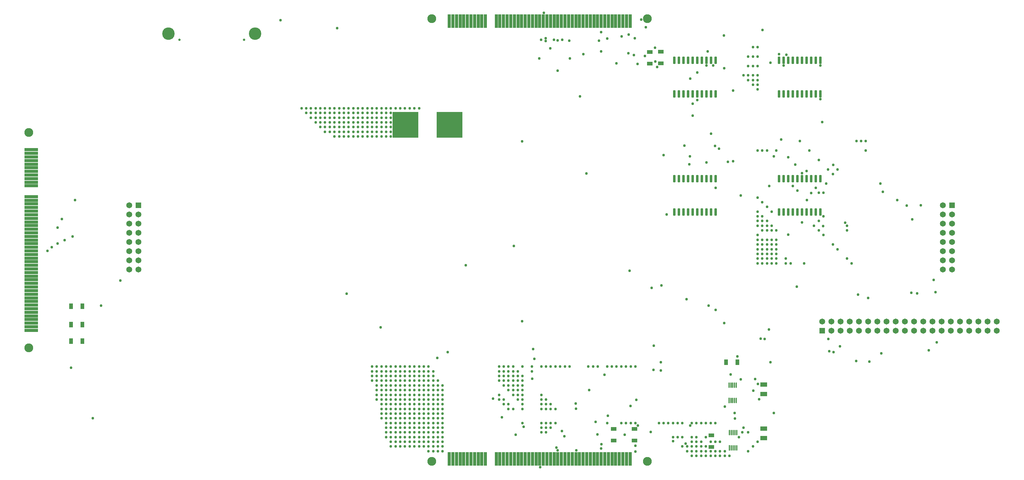
<source format=gts>
G04*
G04 #@! TF.GenerationSoftware,Altium Limited,Altium Designer,22.11.1 (43)*
G04*
G04 Layer_Color=8388736*
%FSLAX25Y25*%
%MOIN*%
G70*
G04*
G04 #@! TF.SameCoordinates,C01CB905-4FAA-478C-A3D6-3825F8E537A0*
G04*
G04*
G04 #@! TF.FilePolarity,Negative*
G04*
G01*
G75*
%ADD16R,0.01378X0.06128*%
G04:AMPARAMS|DCode=17|XSize=61.28mil|YSize=13.78mil|CornerRadius=6.89mil|HoleSize=0mil|Usage=FLASHONLY|Rotation=90.000|XOffset=0mil|YOffset=0mil|HoleType=Round|Shape=RoundedRectangle|*
%AMROUNDEDRECTD17*
21,1,0.06128,0.00000,0,0,90.0*
21,1,0.04750,0.01378,0,0,90.0*
1,1,0.01378,0.00000,0.02375*
1,1,0.01378,0.00000,-0.02375*
1,1,0.01378,0.00000,-0.02375*
1,1,0.01378,0.00000,0.02375*
%
%ADD17ROUNDEDRECTD17*%
%ADD18R,0.03937X0.05906*%
%ADD19R,0.05906X0.03937*%
G04:AMPARAMS|DCode=23|XSize=78.74mil|YSize=23.62mil|CornerRadius=2.01mil|HoleSize=0mil|Usage=FLASHONLY|Rotation=90.000|XOffset=0mil|YOffset=0mil|HoleType=Round|Shape=RoundedRectangle|*
%AMROUNDEDRECTD23*
21,1,0.07874,0.01961,0,0,90.0*
21,1,0.07472,0.02362,0,0,90.0*
1,1,0.00402,0.00980,0.03736*
1,1,0.00402,0.00980,-0.03736*
1,1,0.00402,-0.00980,-0.03736*
1,1,0.00402,-0.00980,0.03736*
%
%ADD23ROUNDEDRECTD23*%
%ADD24R,0.07284X0.04921*%
%ADD25R,0.03347X0.14764*%
%ADD26R,0.14764X0.03347*%
%ADD27R,0.28150X0.28150*%
%ADD28C,0.02559*%
%ADD29C,0.13583*%
%ADD30C,0.09646*%
%ADD31C,0.06496*%
%ADD32R,0.06496X0.06496*%
%ADD33R,0.06496X0.06496*%
%ADD34C,0.02953*%
D16*
X831063Y135229D02*
D03*
X831563Y83729D02*
D03*
D17*
X833031Y135229D02*
D03*
X835000D02*
D03*
X836969D02*
D03*
X838937D02*
D03*
Y151771D02*
D03*
X836969D02*
D03*
X835000D02*
D03*
X833031D02*
D03*
X831063D02*
D03*
X833531Y83729D02*
D03*
X835500D02*
D03*
X837469D02*
D03*
X839437D02*
D03*
Y100271D02*
D03*
X837469D02*
D03*
X835500D02*
D03*
X833531D02*
D03*
X831563D02*
D03*
D18*
X840299Y177000D02*
D03*
X827701D02*
D03*
X114701Y200000D02*
D03*
X127299D02*
D03*
X114701Y218000D02*
D03*
X127299D02*
D03*
X127299Y238000D02*
D03*
X114701D02*
D03*
D19*
X812000Y97299D02*
D03*
Y84701D02*
D03*
X757000Y515299D02*
D03*
Y502701D02*
D03*
X728293Y91701D02*
D03*
Y104299D02*
D03*
X705653Y91701D02*
D03*
Y104299D02*
D03*
X744985Y514799D02*
D03*
Y502201D02*
D03*
D23*
X771500Y505850D02*
D03*
X776500D02*
D03*
X781500D02*
D03*
X786500D02*
D03*
X791500D02*
D03*
X796500D02*
D03*
X801500D02*
D03*
X806500D02*
D03*
X811500D02*
D03*
X816500D02*
D03*
Y469236D02*
D03*
X811500D02*
D03*
X806500D02*
D03*
X801500D02*
D03*
X796500D02*
D03*
X791500D02*
D03*
X786500D02*
D03*
X781500D02*
D03*
X776500D02*
D03*
X771500D02*
D03*
X885500Y505850D02*
D03*
X890500D02*
D03*
X895500D02*
D03*
X900500D02*
D03*
X905500D02*
D03*
X910500D02*
D03*
X915500D02*
D03*
X920500D02*
D03*
X925500D02*
D03*
X930500D02*
D03*
Y469236D02*
D03*
X925500D02*
D03*
X920500D02*
D03*
X915500D02*
D03*
X910500D02*
D03*
X905500D02*
D03*
X900500D02*
D03*
X895500D02*
D03*
X890500D02*
D03*
X885500D02*
D03*
X771500Y340429D02*
D03*
X776500D02*
D03*
X781500D02*
D03*
X786500D02*
D03*
X791500D02*
D03*
X796500D02*
D03*
X801500D02*
D03*
X806500D02*
D03*
X811500D02*
D03*
X816500D02*
D03*
Y377043D02*
D03*
X811500D02*
D03*
X806500D02*
D03*
X801500D02*
D03*
X796500D02*
D03*
X791500D02*
D03*
X786500D02*
D03*
X781500D02*
D03*
X776500D02*
D03*
X771500D02*
D03*
X885500Y340429D02*
D03*
X890500D02*
D03*
X895500D02*
D03*
X900500D02*
D03*
X905500D02*
D03*
X910500D02*
D03*
X915500D02*
D03*
X920500D02*
D03*
X925500D02*
D03*
X930500D02*
D03*
Y377043D02*
D03*
X925500D02*
D03*
X920500D02*
D03*
X915500D02*
D03*
X910500D02*
D03*
X905500D02*
D03*
X900500D02*
D03*
X895500D02*
D03*
X890500D02*
D03*
X885500D02*
D03*
D24*
X869000Y104618D02*
D03*
Y94382D02*
D03*
X869000Y152618D02*
D03*
Y142382D02*
D03*
D25*
X526575Y71654D02*
D03*
X530512D02*
D03*
X534449D02*
D03*
X538386D02*
D03*
X542323D02*
D03*
X546260D02*
D03*
X550197D02*
D03*
X554134D02*
D03*
X558071D02*
D03*
X562008D02*
D03*
X565945D02*
D03*
X577756D02*
D03*
X581693D02*
D03*
X585630D02*
D03*
X589567D02*
D03*
X593504D02*
D03*
X597441D02*
D03*
X601378D02*
D03*
X605315D02*
D03*
X609252D02*
D03*
X613189D02*
D03*
X617126D02*
D03*
X621063D02*
D03*
X625000D02*
D03*
X628937D02*
D03*
X632874D02*
D03*
X636811D02*
D03*
X640748D02*
D03*
X644685D02*
D03*
X648622D02*
D03*
X652559D02*
D03*
X656496D02*
D03*
X660433D02*
D03*
X664370D02*
D03*
X668307D02*
D03*
X672244D02*
D03*
X676181D02*
D03*
X680118D02*
D03*
X684055D02*
D03*
X687992D02*
D03*
X691929D02*
D03*
X695866D02*
D03*
X699803D02*
D03*
X703740D02*
D03*
X707677D02*
D03*
X711614D02*
D03*
X715551D02*
D03*
X719488D02*
D03*
X723425D02*
D03*
Y548413D02*
D03*
X719488D02*
D03*
X715551D02*
D03*
X711614D02*
D03*
X707677D02*
D03*
X703740D02*
D03*
X699803D02*
D03*
X695866D02*
D03*
X691929D02*
D03*
X687992D02*
D03*
X684055D02*
D03*
X680118D02*
D03*
X676181D02*
D03*
X672244D02*
D03*
X668307D02*
D03*
X664370D02*
D03*
X660433D02*
D03*
X656496D02*
D03*
X652559D02*
D03*
X648622D02*
D03*
X644685D02*
D03*
X640748D02*
D03*
X636811D02*
D03*
X632874D02*
D03*
X628937D02*
D03*
X625000D02*
D03*
X621063D02*
D03*
X617126D02*
D03*
X613189D02*
D03*
X609252D02*
D03*
X605315D02*
D03*
X601378D02*
D03*
X597441D02*
D03*
X593504D02*
D03*
X589567D02*
D03*
X585630D02*
D03*
X581693D02*
D03*
X577756D02*
D03*
X565945D02*
D03*
X562008D02*
D03*
X558071D02*
D03*
X554134D02*
D03*
X550197D02*
D03*
X546260D02*
D03*
X542323D02*
D03*
X538386D02*
D03*
X534449D02*
D03*
X530512D02*
D03*
X526575D02*
D03*
D26*
X71654Y408477D02*
D03*
Y404540D02*
D03*
Y400603D02*
D03*
Y396666D02*
D03*
Y392729D02*
D03*
Y388792D02*
D03*
Y384855D02*
D03*
Y380918D02*
D03*
Y376981D02*
D03*
Y373044D02*
D03*
Y369107D02*
D03*
Y357296D02*
D03*
Y353359D02*
D03*
Y349422D02*
D03*
Y345485D02*
D03*
Y341548D02*
D03*
Y337611D02*
D03*
Y333674D02*
D03*
Y329737D02*
D03*
Y325800D02*
D03*
Y321863D02*
D03*
Y317926D02*
D03*
Y313989D02*
D03*
Y310052D02*
D03*
Y306115D02*
D03*
Y302178D02*
D03*
Y298241D02*
D03*
Y294304D02*
D03*
Y290367D02*
D03*
Y286430D02*
D03*
Y282493D02*
D03*
Y278556D02*
D03*
Y274619D02*
D03*
Y270682D02*
D03*
Y266745D02*
D03*
Y262808D02*
D03*
Y258871D02*
D03*
Y254934D02*
D03*
Y250997D02*
D03*
Y247060D02*
D03*
Y243123D02*
D03*
Y239186D02*
D03*
Y235249D02*
D03*
Y231312D02*
D03*
Y227375D02*
D03*
Y223438D02*
D03*
Y219501D02*
D03*
Y215564D02*
D03*
Y211627D02*
D03*
D27*
X526945Y435430D02*
D03*
X479000Y435500D02*
D03*
D28*
X303087Y528307D02*
D03*
X233008D02*
D03*
D29*
X315095Y535000D02*
D03*
X221000D02*
D03*
D30*
X507677Y68898D02*
D03*
X742323D02*
D03*
X742323Y551169D02*
D03*
X507677D02*
D03*
X68898Y427375D02*
D03*
Y192729D02*
D03*
D31*
X178071Y277992D02*
D03*
X188071D02*
D03*
X178071Y287992D02*
D03*
X188071D02*
D03*
X178071Y297992D02*
D03*
X188071D02*
D03*
X178071Y307992D02*
D03*
X188071D02*
D03*
X178071Y317992D02*
D03*
X188071D02*
D03*
X178071Y327992D02*
D03*
X188071D02*
D03*
X178071Y337992D02*
D03*
X188071D02*
D03*
X178071Y347992D02*
D03*
X1063898Y277992D02*
D03*
X1073898D02*
D03*
X1063898Y287992D02*
D03*
X1073898D02*
D03*
X1063898Y297992D02*
D03*
X1073898D02*
D03*
X1063898Y307992D02*
D03*
X1073898D02*
D03*
X1063898Y317992D02*
D03*
X1073898D02*
D03*
X1063898Y327992D02*
D03*
X1073898D02*
D03*
X1063898Y337992D02*
D03*
X1073898D02*
D03*
X1063898Y347992D02*
D03*
X932598Y221142D02*
D03*
X942598Y211142D02*
D03*
Y221142D02*
D03*
X952598Y211142D02*
D03*
Y221142D02*
D03*
X962598Y211142D02*
D03*
Y221142D02*
D03*
X972598Y211142D02*
D03*
Y221142D02*
D03*
X982598Y211142D02*
D03*
Y221142D02*
D03*
X992598Y211142D02*
D03*
Y221142D02*
D03*
X1002598Y211142D02*
D03*
Y221142D02*
D03*
X1012598Y211142D02*
D03*
Y221142D02*
D03*
X1022598Y211142D02*
D03*
Y221142D02*
D03*
X1032598Y211142D02*
D03*
Y221142D02*
D03*
X1042598Y211142D02*
D03*
Y221142D02*
D03*
X1052598Y211142D02*
D03*
Y221142D02*
D03*
X1062598Y211142D02*
D03*
Y221142D02*
D03*
X1072598Y211142D02*
D03*
Y221142D02*
D03*
X1082598Y211142D02*
D03*
Y221142D02*
D03*
X1092598Y211142D02*
D03*
Y221142D02*
D03*
X1102598Y211142D02*
D03*
Y221142D02*
D03*
X1112598Y211142D02*
D03*
Y221142D02*
D03*
X1122598Y211142D02*
D03*
Y221142D02*
D03*
D32*
X188071Y347992D02*
D03*
X1073898D02*
D03*
D33*
X932598Y211142D02*
D03*
D34*
X493714Y453609D02*
D03*
X488596D02*
D03*
X483478D02*
D03*
X478360D02*
D03*
X473241D02*
D03*
X468123D02*
D03*
X463005D02*
D03*
Y448490D02*
D03*
Y443372D02*
D03*
Y438254D02*
D03*
Y433136D02*
D03*
Y428018D02*
D03*
Y422900D02*
D03*
X457887Y453609D02*
D03*
Y448490D02*
D03*
Y443372D02*
D03*
Y438254D02*
D03*
Y433136D02*
D03*
Y428018D02*
D03*
Y422900D02*
D03*
X452769Y453609D02*
D03*
Y448490D02*
D03*
Y443372D02*
D03*
Y438254D02*
D03*
Y433136D02*
D03*
Y428018D02*
D03*
Y422900D02*
D03*
X447651Y453609D02*
D03*
Y448490D02*
D03*
Y443372D02*
D03*
Y438254D02*
D03*
Y433136D02*
D03*
Y428018D02*
D03*
Y422900D02*
D03*
X442533Y453609D02*
D03*
Y448490D02*
D03*
Y443372D02*
D03*
Y438254D02*
D03*
Y433136D02*
D03*
Y428018D02*
D03*
Y422900D02*
D03*
X437415Y453609D02*
D03*
Y448490D02*
D03*
Y443372D02*
D03*
Y438254D02*
D03*
Y433136D02*
D03*
Y428018D02*
D03*
Y422900D02*
D03*
X432297Y453609D02*
D03*
Y448490D02*
D03*
Y443372D02*
D03*
Y438254D02*
D03*
Y433136D02*
D03*
Y428018D02*
D03*
Y422900D02*
D03*
X427178Y453609D02*
D03*
Y448490D02*
D03*
Y443372D02*
D03*
Y438254D02*
D03*
Y433136D02*
D03*
Y428018D02*
D03*
Y422900D02*
D03*
X422060Y453609D02*
D03*
Y448490D02*
D03*
Y443372D02*
D03*
Y438254D02*
D03*
Y433136D02*
D03*
Y428018D02*
D03*
Y422900D02*
D03*
X416942Y453609D02*
D03*
Y448490D02*
D03*
Y443372D02*
D03*
Y438254D02*
D03*
Y433136D02*
D03*
Y428018D02*
D03*
Y422900D02*
D03*
X411824Y453609D02*
D03*
Y448490D02*
D03*
Y443372D02*
D03*
Y438254D02*
D03*
Y433136D02*
D03*
Y428018D02*
D03*
Y422900D02*
D03*
X406706Y453609D02*
D03*
Y448490D02*
D03*
Y443372D02*
D03*
Y438254D02*
D03*
Y433136D02*
D03*
Y428018D02*
D03*
Y422900D02*
D03*
X401588Y453609D02*
D03*
Y448490D02*
D03*
Y443372D02*
D03*
Y438254D02*
D03*
Y433136D02*
D03*
Y428018D02*
D03*
Y422900D02*
D03*
X396470Y453609D02*
D03*
Y448490D02*
D03*
Y443372D02*
D03*
Y438254D02*
D03*
Y433136D02*
D03*
Y428018D02*
D03*
X391352Y453609D02*
D03*
Y448490D02*
D03*
Y443372D02*
D03*
Y438254D02*
D03*
Y433136D02*
D03*
Y428018D02*
D03*
X386233Y453609D02*
D03*
Y448490D02*
D03*
Y443372D02*
D03*
Y438254D02*
D03*
Y433136D02*
D03*
X381115Y453609D02*
D03*
Y448490D02*
D03*
Y443372D02*
D03*
Y438254D02*
D03*
X375997Y453609D02*
D03*
Y448490D02*
D03*
Y443372D02*
D03*
X370879Y453609D02*
D03*
Y448490D02*
D03*
X365761Y453609D02*
D03*
X343000Y549500D02*
D03*
X862218Y90223D02*
D03*
X857100Y85105D02*
D03*
X851982Y100459D02*
D03*
Y79987D02*
D03*
X846863Y105577D02*
D03*
X841745Y95341D02*
D03*
X831509Y74869D02*
D03*
X826391Y79987D02*
D03*
Y74869D02*
D03*
X821273Y90223D02*
D03*
Y79987D02*
D03*
Y74869D02*
D03*
X816155Y110695D02*
D03*
Y90223D02*
D03*
Y79987D02*
D03*
Y74869D02*
D03*
X811037Y110695D02*
D03*
Y90223D02*
D03*
Y79987D02*
D03*
Y74869D02*
D03*
X805919Y110695D02*
D03*
Y95341D02*
D03*
Y85105D02*
D03*
Y79987D02*
D03*
Y74869D02*
D03*
X800800Y110695D02*
D03*
Y90223D02*
D03*
Y85105D02*
D03*
Y79987D02*
D03*
Y74869D02*
D03*
X795682Y110695D02*
D03*
Y95341D02*
D03*
Y90223D02*
D03*
Y85105D02*
D03*
Y79987D02*
D03*
Y74869D02*
D03*
X790564Y110695D02*
D03*
Y95341D02*
D03*
Y90223D02*
D03*
Y85105D02*
D03*
Y79987D02*
D03*
Y74869D02*
D03*
X785446Y85105D02*
D03*
Y79987D02*
D03*
X780328Y110695D02*
D03*
Y95341D02*
D03*
Y85105D02*
D03*
X775210Y110695D02*
D03*
Y95341D02*
D03*
X770092Y110695D02*
D03*
Y95341D02*
D03*
X764974Y110695D02*
D03*
X759856D02*
D03*
X754737D02*
D03*
X729147Y172113D02*
D03*
Y110695D02*
D03*
X724029Y172113D02*
D03*
Y110695D02*
D03*
X718911Y172113D02*
D03*
Y110695D02*
D03*
X713793Y172113D02*
D03*
Y110695D02*
D03*
X708674Y172113D02*
D03*
X703556D02*
D03*
X698438D02*
D03*
Y110695D02*
D03*
X688202Y172113D02*
D03*
X683084D02*
D03*
X677966D02*
D03*
X657493D02*
D03*
X652375D02*
D03*
X647257D02*
D03*
X642139D02*
D03*
Y126050D02*
D03*
Y110695D02*
D03*
X637021Y172113D02*
D03*
Y131168D02*
D03*
Y126050D02*
D03*
Y110695D02*
D03*
Y105577D02*
D03*
X631903Y172113D02*
D03*
Y136286D02*
D03*
Y131168D02*
D03*
Y126050D02*
D03*
Y110695D02*
D03*
Y105577D02*
D03*
Y100459D02*
D03*
X626785Y172113D02*
D03*
Y141404D02*
D03*
Y136286D02*
D03*
Y131168D02*
D03*
Y126050D02*
D03*
Y110695D02*
D03*
Y105577D02*
D03*
Y100459D02*
D03*
X616548Y172113D02*
D03*
Y166995D02*
D03*
X606312Y172113D02*
D03*
Y161876D02*
D03*
Y156758D02*
D03*
Y151640D02*
D03*
Y146522D02*
D03*
Y141404D02*
D03*
Y136286D02*
D03*
Y131168D02*
D03*
Y126050D02*
D03*
Y110695D02*
D03*
X601194Y166995D02*
D03*
Y161876D02*
D03*
Y156758D02*
D03*
Y151640D02*
D03*
Y146522D02*
D03*
Y141404D02*
D03*
Y136286D02*
D03*
X596076Y172113D02*
D03*
Y166995D02*
D03*
Y161876D02*
D03*
Y156758D02*
D03*
Y151640D02*
D03*
Y146522D02*
D03*
Y141404D02*
D03*
Y126050D02*
D03*
X590958Y172113D02*
D03*
Y166995D02*
D03*
Y161876D02*
D03*
Y156758D02*
D03*
Y151640D02*
D03*
Y146522D02*
D03*
Y131168D02*
D03*
Y126050D02*
D03*
X585840Y172113D02*
D03*
Y166995D02*
D03*
Y161876D02*
D03*
Y156758D02*
D03*
Y151640D02*
D03*
Y136286D02*
D03*
Y131168D02*
D03*
X580722Y172113D02*
D03*
Y166995D02*
D03*
Y161876D02*
D03*
Y156758D02*
D03*
Y141404D02*
D03*
Y136286D02*
D03*
X519304Y151640D02*
D03*
Y146522D02*
D03*
Y141404D02*
D03*
Y136286D02*
D03*
Y131168D02*
D03*
Y126050D02*
D03*
Y120931D02*
D03*
Y115813D02*
D03*
Y110695D02*
D03*
Y105577D02*
D03*
Y100459D02*
D03*
Y95341D02*
D03*
Y90223D02*
D03*
Y85105D02*
D03*
Y79987D02*
D03*
X514186Y156758D02*
D03*
Y151640D02*
D03*
Y146522D02*
D03*
Y141404D02*
D03*
Y136286D02*
D03*
Y131168D02*
D03*
Y126050D02*
D03*
Y120931D02*
D03*
Y115813D02*
D03*
Y110695D02*
D03*
Y105577D02*
D03*
Y100459D02*
D03*
Y95341D02*
D03*
Y90223D02*
D03*
Y85105D02*
D03*
Y79987D02*
D03*
X509068Y166995D02*
D03*
Y161876D02*
D03*
Y156758D02*
D03*
Y151640D02*
D03*
Y146522D02*
D03*
Y141404D02*
D03*
Y136286D02*
D03*
Y131168D02*
D03*
Y126050D02*
D03*
Y120931D02*
D03*
Y115813D02*
D03*
Y110695D02*
D03*
Y105577D02*
D03*
Y100459D02*
D03*
Y95341D02*
D03*
Y90223D02*
D03*
Y85105D02*
D03*
Y79987D02*
D03*
X503950Y172113D02*
D03*
Y166995D02*
D03*
Y161876D02*
D03*
Y156758D02*
D03*
Y151640D02*
D03*
Y146522D02*
D03*
Y141404D02*
D03*
Y136286D02*
D03*
Y131168D02*
D03*
Y126050D02*
D03*
Y120931D02*
D03*
Y115813D02*
D03*
Y110695D02*
D03*
Y105577D02*
D03*
Y100459D02*
D03*
Y95341D02*
D03*
Y90223D02*
D03*
Y85105D02*
D03*
Y79987D02*
D03*
X498832Y172113D02*
D03*
Y166995D02*
D03*
Y161876D02*
D03*
Y156758D02*
D03*
Y151640D02*
D03*
Y146522D02*
D03*
Y141404D02*
D03*
Y136286D02*
D03*
Y131168D02*
D03*
Y126050D02*
D03*
Y120931D02*
D03*
Y115813D02*
D03*
Y110695D02*
D03*
Y105577D02*
D03*
Y100459D02*
D03*
Y95341D02*
D03*
Y90223D02*
D03*
Y85105D02*
D03*
X493714Y172113D02*
D03*
Y166995D02*
D03*
Y161876D02*
D03*
Y156758D02*
D03*
Y151640D02*
D03*
Y146522D02*
D03*
Y141404D02*
D03*
Y136286D02*
D03*
Y131168D02*
D03*
Y126050D02*
D03*
Y120931D02*
D03*
Y115813D02*
D03*
Y110695D02*
D03*
Y105577D02*
D03*
Y100459D02*
D03*
Y95341D02*
D03*
Y90223D02*
D03*
Y85105D02*
D03*
X488596Y172113D02*
D03*
Y166995D02*
D03*
Y161876D02*
D03*
Y156758D02*
D03*
Y151640D02*
D03*
Y146522D02*
D03*
Y141404D02*
D03*
Y136286D02*
D03*
Y131168D02*
D03*
Y126050D02*
D03*
Y120931D02*
D03*
Y115813D02*
D03*
Y110695D02*
D03*
Y105577D02*
D03*
Y100459D02*
D03*
Y95341D02*
D03*
Y90223D02*
D03*
Y85105D02*
D03*
X483478Y172113D02*
D03*
Y166995D02*
D03*
Y161876D02*
D03*
Y156758D02*
D03*
Y151640D02*
D03*
Y146522D02*
D03*
Y141404D02*
D03*
Y136286D02*
D03*
Y131168D02*
D03*
Y126050D02*
D03*
Y120931D02*
D03*
Y115813D02*
D03*
Y110695D02*
D03*
Y105577D02*
D03*
Y100459D02*
D03*
Y95341D02*
D03*
Y90223D02*
D03*
Y85105D02*
D03*
X478360Y172113D02*
D03*
Y166995D02*
D03*
Y161876D02*
D03*
Y156758D02*
D03*
Y151640D02*
D03*
Y146522D02*
D03*
Y141404D02*
D03*
Y136286D02*
D03*
Y131168D02*
D03*
Y126050D02*
D03*
Y120931D02*
D03*
Y115813D02*
D03*
Y110695D02*
D03*
Y105577D02*
D03*
Y100459D02*
D03*
Y95341D02*
D03*
Y90223D02*
D03*
Y85105D02*
D03*
X473241Y172113D02*
D03*
Y166995D02*
D03*
Y161876D02*
D03*
Y156758D02*
D03*
Y151640D02*
D03*
Y146522D02*
D03*
Y141404D02*
D03*
Y136286D02*
D03*
Y131168D02*
D03*
Y126050D02*
D03*
Y120931D02*
D03*
Y115813D02*
D03*
Y110695D02*
D03*
Y105577D02*
D03*
Y100459D02*
D03*
Y95341D02*
D03*
Y90223D02*
D03*
Y85105D02*
D03*
X468123Y172113D02*
D03*
Y166995D02*
D03*
Y161876D02*
D03*
Y156758D02*
D03*
Y151640D02*
D03*
Y146522D02*
D03*
Y141404D02*
D03*
Y136286D02*
D03*
Y131168D02*
D03*
Y126050D02*
D03*
Y120931D02*
D03*
Y115813D02*
D03*
Y110695D02*
D03*
Y105577D02*
D03*
Y100459D02*
D03*
Y95341D02*
D03*
Y90223D02*
D03*
Y85105D02*
D03*
X463005Y172113D02*
D03*
Y166995D02*
D03*
Y161876D02*
D03*
Y156758D02*
D03*
Y151640D02*
D03*
Y146522D02*
D03*
Y141404D02*
D03*
Y136286D02*
D03*
Y131168D02*
D03*
Y126050D02*
D03*
Y120931D02*
D03*
Y115813D02*
D03*
Y110695D02*
D03*
Y105577D02*
D03*
Y100459D02*
D03*
Y95341D02*
D03*
Y90223D02*
D03*
Y85105D02*
D03*
X457887Y172113D02*
D03*
Y166995D02*
D03*
Y161876D02*
D03*
Y156758D02*
D03*
Y151640D02*
D03*
Y146522D02*
D03*
Y141404D02*
D03*
Y136286D02*
D03*
Y131168D02*
D03*
Y126050D02*
D03*
Y120931D02*
D03*
Y115813D02*
D03*
Y110695D02*
D03*
Y105577D02*
D03*
Y100459D02*
D03*
Y95341D02*
D03*
X452769Y172113D02*
D03*
Y166995D02*
D03*
Y161876D02*
D03*
Y156758D02*
D03*
Y151640D02*
D03*
Y146522D02*
D03*
Y141404D02*
D03*
Y136286D02*
D03*
Y131168D02*
D03*
Y126050D02*
D03*
Y120931D02*
D03*
Y115813D02*
D03*
X447651Y172113D02*
D03*
Y166995D02*
D03*
Y161876D02*
D03*
Y156758D02*
D03*
Y151640D02*
D03*
Y146522D02*
D03*
Y141404D02*
D03*
Y136286D02*
D03*
X442533Y172113D02*
D03*
Y166995D02*
D03*
Y161876D02*
D03*
Y156758D02*
D03*
X513500Y181500D02*
D03*
X574254Y137254D02*
D03*
X584000Y117000D02*
D03*
X525000Y188000D02*
D03*
X644500Y494500D02*
D03*
X624500Y508000D02*
D03*
X544500Y282500D02*
D03*
X763179Y337878D02*
D03*
X404500Y541000D02*
D03*
X597000Y303500D02*
D03*
X979934Y417782D02*
D03*
Y407546D02*
D03*
X974816Y417782D02*
D03*
X969698D02*
D03*
X964580Y284711D02*
D03*
X959462Y325656D02*
D03*
Y320538D02*
D03*
Y289829D02*
D03*
X949226Y387073D02*
D03*
Y300065D02*
D03*
X944108Y381955D02*
D03*
Y305183D02*
D03*
X938989Y387073D02*
D03*
X933871Y361483D02*
D03*
Y335892D02*
D03*
Y315420D02*
D03*
X928753Y397309D02*
D03*
Y361483D02*
D03*
Y330774D02*
D03*
Y320538D02*
D03*
X923635Y325656D02*
D03*
X918517Y407546D02*
D03*
X908281Y417782D02*
D03*
X903163Y392191D02*
D03*
X898044Y284711D02*
D03*
X892926Y289829D02*
D03*
Y284711D02*
D03*
X882690Y407546D02*
D03*
Y320538D02*
D03*
Y310301D02*
D03*
Y305183D02*
D03*
Y300065D02*
D03*
Y294947D02*
D03*
Y289829D02*
D03*
Y284711D02*
D03*
X877572Y341010D02*
D03*
Y325656D02*
D03*
Y320538D02*
D03*
Y310301D02*
D03*
Y305183D02*
D03*
Y300065D02*
D03*
Y294947D02*
D03*
Y289829D02*
D03*
Y284711D02*
D03*
X872454Y407546D02*
D03*
Y346128D02*
D03*
Y330774D02*
D03*
Y325656D02*
D03*
Y320538D02*
D03*
Y310301D02*
D03*
Y305183D02*
D03*
Y300065D02*
D03*
Y294947D02*
D03*
Y289829D02*
D03*
Y284711D02*
D03*
X867336Y407546D02*
D03*
Y351246D02*
D03*
Y335892D02*
D03*
Y330774D02*
D03*
Y325656D02*
D03*
Y320538D02*
D03*
Y310301D02*
D03*
Y305183D02*
D03*
Y300065D02*
D03*
Y294947D02*
D03*
Y289829D02*
D03*
Y284711D02*
D03*
X862218Y407546D02*
D03*
Y356364D02*
D03*
Y341010D02*
D03*
Y335892D02*
D03*
Y330774D02*
D03*
Y325656D02*
D03*
Y315420D02*
D03*
Y310301D02*
D03*
Y305183D02*
D03*
Y300065D02*
D03*
Y294947D02*
D03*
Y289829D02*
D03*
Y284711D02*
D03*
Y520144D02*
D03*
Y509908D02*
D03*
Y499672D02*
D03*
Y489435D02*
D03*
Y484317D02*
D03*
Y479199D02*
D03*
Y474081D02*
D03*
X857100Y520144D02*
D03*
Y509908D02*
D03*
Y499672D02*
D03*
Y489435D02*
D03*
Y484317D02*
D03*
Y479199D02*
D03*
X851982Y509908D02*
D03*
Y499672D02*
D03*
Y489435D02*
D03*
Y484317D02*
D03*
X846863Y489435D02*
D03*
X752920Y498708D02*
D03*
X796500Y492500D02*
D03*
X916000Y353500D02*
D03*
X920500Y361408D02*
D03*
X739481Y510500D02*
D03*
X723000Y276500D02*
D03*
X757519Y260519D02*
D03*
X759852Y402640D02*
D03*
X862500Y153209D02*
D03*
X864000Y136500D02*
D03*
X859520Y158608D02*
D03*
X826420Y128508D02*
D03*
X784020Y88208D02*
D03*
X599000Y98000D02*
D03*
X607500Y106500D02*
D03*
X664520Y126108D02*
D03*
X833000Y163500D02*
D03*
X649568Y528187D02*
D03*
X626500D02*
D03*
X631462Y529987D02*
D03*
Y526825D02*
D03*
X640500Y528187D02*
D03*
X691929Y536721D02*
D03*
X689500Y527405D02*
D03*
X714261Y531759D02*
D03*
X721835Y533909D02*
D03*
X619220Y180508D02*
D03*
X617004Y159004D02*
D03*
X669000Y466500D02*
D03*
X636504Y519004D02*
D03*
X788500Y401089D02*
D03*
X651722Y96281D02*
D03*
X687992Y98081D02*
D03*
X649082Y101908D02*
D03*
X750500Y519500D02*
D03*
X825500Y533000D02*
D03*
X731500Y502000D02*
D03*
X727500Y511500D02*
D03*
X657220Y527408D02*
D03*
X644500Y527500D02*
D03*
X698588Y529508D02*
D03*
X721500Y513719D02*
D03*
X692000Y515519D02*
D03*
X672500Y512500D02*
D03*
X658000Y508000D02*
D03*
X750841Y504583D02*
D03*
X944500Y392000D02*
D03*
X809000Y238500D02*
D03*
X816500Y234000D02*
D03*
X785000Y245500D02*
D03*
X880000Y121500D02*
D03*
X717500Y98000D02*
D03*
X679000Y146500D02*
D03*
X664270Y132058D02*
D03*
X168500Y266000D02*
D03*
X147500Y238500D02*
D03*
X1039974Y347974D02*
D03*
X867500Y538750D02*
D03*
X107767Y310046D02*
D03*
X100092Y306115D02*
D03*
X93839Y302339D02*
D03*
X691929Y82929D02*
D03*
X692228Y87599D02*
D03*
X729331Y85827D02*
D03*
X890500Y500208D02*
D03*
X930500Y463608D02*
D03*
X933520Y325108D02*
D03*
X840299Y183201D02*
D03*
X757000Y177000D02*
D03*
X826000Y219500D02*
D03*
X791500Y458500D02*
D03*
X895500Y316000D02*
D03*
X791500Y445500D02*
D03*
X796500Y462500D02*
D03*
X982598Y246902D02*
D03*
X910500Y329214D02*
D03*
X811500Y425860D02*
D03*
X1014281Y353500D02*
D03*
X905500Y364028D02*
D03*
X951800Y194200D02*
D03*
X939174Y202362D02*
D03*
X748820Y168608D02*
D03*
X874420Y212608D02*
D03*
X820263Y409441D02*
D03*
X749220Y195008D02*
D03*
X1030500Y332500D02*
D03*
X945020Y187808D02*
D03*
X843720Y358608D02*
D03*
X875020Y369008D02*
D03*
X900500D02*
D03*
X808000Y515500D02*
D03*
X770320Y90908D02*
D03*
X904720Y259208D02*
D03*
X865420Y202508D02*
D03*
X888020Y419608D02*
D03*
X708510Y502510D02*
D03*
X618000Y191325D02*
D03*
X686000Y112000D02*
D03*
X676000Y382500D02*
D03*
X910500Y382908D02*
D03*
X971520Y250508D02*
D03*
X1057220Y198508D02*
D03*
X1048620Y189908D02*
D03*
X984000Y177500D02*
D03*
X930500Y500208D02*
D03*
X730220Y135908D02*
D03*
X723720Y129408D02*
D03*
X664820Y80808D02*
D03*
X644685D02*
D03*
X1054000Y266500D02*
D03*
X895500Y400208D02*
D03*
X879920Y401208D02*
D03*
X876320Y503108D02*
D03*
X740620Y541808D02*
D03*
X932500Y438491D02*
D03*
X695420Y163208D02*
D03*
X806520Y500208D02*
D03*
X735620Y550408D02*
D03*
X893420Y511908D02*
D03*
X915520Y385408D02*
D03*
X756820Y167908D02*
D03*
X813720Y500208D02*
D03*
X969520Y178208D02*
D03*
X1055705Y253295D02*
D03*
X605820Y221708D02*
D03*
Y417708D02*
D03*
X843720Y158108D02*
D03*
X747020Y257908D02*
D03*
X415020Y251508D02*
D03*
X451720Y214808D02*
D03*
X845500Y100500D02*
D03*
X643048Y83908D02*
D03*
X996000Y371500D02*
D03*
X937000D02*
D03*
X816500Y367000D02*
D03*
X100239Y323739D02*
D03*
X119222Y353691D02*
D03*
X89259Y298241D02*
D03*
X116511Y313989D02*
D03*
X104750Y333000D02*
D03*
X837469Y115469D02*
D03*
X787700Y392500D02*
D03*
X885620Y512508D02*
D03*
X629420Y557608D02*
D03*
X876320Y177008D02*
D03*
X940325Y188825D02*
D03*
X746000Y101000D02*
D03*
X857500Y146000D02*
D03*
X114701Y170799D02*
D03*
X837181Y121681D02*
D03*
X728568Y530000D02*
D03*
X138520Y115908D02*
D03*
X699320Y118508D02*
D03*
X997000Y186500D02*
D03*
X869920Y202108D02*
D03*
X625500Y62508D02*
D03*
X1036000Y252008D02*
D03*
X913000Y284500D02*
D03*
X957500Y329000D02*
D03*
X1029620Y252508D02*
D03*
X826000Y497250D02*
D03*
X729331Y79557D02*
D03*
X806500Y394500D02*
D03*
X815908Y412481D02*
D03*
X782504Y412996D02*
D03*
X1024500Y347500D02*
D03*
X835500Y396000D02*
D03*
Y473000D02*
D03*
X789000Y486000D02*
D03*
X829775Y395225D02*
D03*
X788903Y107798D02*
D03*
X731792D02*
D03*
X998500Y362500D02*
D03*
X925500Y367000D02*
D03*
M02*

</source>
